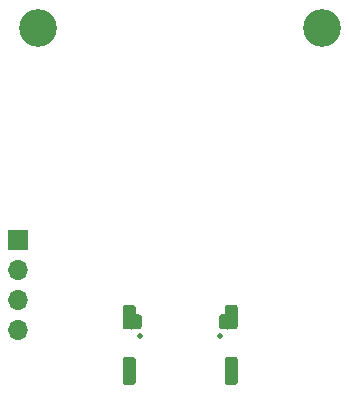
<source format=gbs>
G04 #@! TF.GenerationSoftware,KiCad,Pcbnew,5.1.4+dfsg1-1*
G04 #@! TF.CreationDate,2019-12-22T00:43:44+01:00*
G04 #@! TF.ProjectId,USB-C-Screen-Adapter-LDR6023SS,5553422d-432d-4536-9372-65656e2d4164,rev?*
G04 #@! TF.SameCoordinates,Original*
G04 #@! TF.FileFunction,Soldermask,Bot*
G04 #@! TF.FilePolarity,Negative*
%FSLAX46Y46*%
G04 Gerber Fmt 4.6, Leading zero omitted, Abs format (unit mm)*
G04 Created by KiCad (PCBNEW 5.1.4+dfsg1-1) date 2019-12-22 00:43:44*
%MOMM*%
%LPD*%
G04 APERTURE LIST*
%ADD10O,1.700000X1.700000*%
%ADD11R,1.700000X1.700000*%
%ADD12C,0.500000*%
%ADD13C,0.100000*%
%ADD14C,1.300000*%
%ADD15C,1.100000*%
%ADD16C,3.200000*%
G04 APERTURE END LIST*
D10*
X101800000Y-129020000D03*
X101800000Y-126480000D03*
X101800000Y-123940000D03*
D11*
X101800000Y-121400000D03*
D12*
X118900000Y-129512500D03*
X112100000Y-129512500D03*
D13*
G36*
X120056856Y-127701565D02*
G01*
X120088404Y-127706245D01*
X120119343Y-127713994D01*
X120149372Y-127724739D01*
X120178204Y-127738376D01*
X120205560Y-127754772D01*
X120231178Y-127773772D01*
X120254810Y-127795190D01*
X120276228Y-127818822D01*
X120295228Y-127844440D01*
X120311624Y-127871796D01*
X120325261Y-127900628D01*
X120336006Y-127930657D01*
X120343755Y-127961596D01*
X120348435Y-127993144D01*
X120350000Y-128025000D01*
X120350000Y-128675000D01*
X120348435Y-128706856D01*
X120343755Y-128738404D01*
X120336006Y-128769343D01*
X120325261Y-128799372D01*
X120311624Y-128828204D01*
X120295228Y-128855560D01*
X120276228Y-128881178D01*
X120254810Y-128904810D01*
X120231178Y-128926228D01*
X120205560Y-128945228D01*
X120178204Y-128961624D01*
X120149372Y-128975261D01*
X120119343Y-128986006D01*
X120088404Y-128993755D01*
X120056856Y-128998435D01*
X120025000Y-129000000D01*
X119075000Y-129000000D01*
X119043144Y-128998435D01*
X119011596Y-128993755D01*
X118980657Y-128986006D01*
X118950628Y-128975261D01*
X118921796Y-128961624D01*
X118894440Y-128945228D01*
X118868822Y-128926228D01*
X118845190Y-128904810D01*
X118823772Y-128881178D01*
X118804772Y-128855560D01*
X118788376Y-128828204D01*
X118774739Y-128799372D01*
X118763994Y-128769343D01*
X118756245Y-128738404D01*
X118751565Y-128706856D01*
X118750000Y-128675000D01*
X118750000Y-128025000D01*
X118751565Y-127993144D01*
X118756245Y-127961596D01*
X118763994Y-127930657D01*
X118774739Y-127900628D01*
X118788376Y-127871796D01*
X118804772Y-127844440D01*
X118823772Y-127818822D01*
X118845190Y-127795190D01*
X118868822Y-127773772D01*
X118894440Y-127754772D01*
X118921796Y-127738376D01*
X118950628Y-127724739D01*
X118980657Y-127713994D01*
X119011596Y-127706245D01*
X119043144Y-127701565D01*
X119075000Y-127700000D01*
X120025000Y-127700000D01*
X120056856Y-127701565D01*
X120056856Y-127701565D01*
G37*
D14*
X119550000Y-128350000D03*
D13*
G36*
X111956856Y-127701565D02*
G01*
X111988404Y-127706245D01*
X112019343Y-127713994D01*
X112049372Y-127724739D01*
X112078204Y-127738376D01*
X112105560Y-127754772D01*
X112131178Y-127773772D01*
X112154810Y-127795190D01*
X112176228Y-127818822D01*
X112195228Y-127844440D01*
X112211624Y-127871796D01*
X112225261Y-127900628D01*
X112236006Y-127930657D01*
X112243755Y-127961596D01*
X112248435Y-127993144D01*
X112250000Y-128025000D01*
X112250000Y-128675000D01*
X112248435Y-128706856D01*
X112243755Y-128738404D01*
X112236006Y-128769343D01*
X112225261Y-128799372D01*
X112211624Y-128828204D01*
X112195228Y-128855560D01*
X112176228Y-128881178D01*
X112154810Y-128904810D01*
X112131178Y-128926228D01*
X112105560Y-128945228D01*
X112078204Y-128961624D01*
X112049372Y-128975261D01*
X112019343Y-128986006D01*
X111988404Y-128993755D01*
X111956856Y-128998435D01*
X111925000Y-129000000D01*
X110975000Y-129000000D01*
X110943144Y-128998435D01*
X110911596Y-128993755D01*
X110880657Y-128986006D01*
X110850628Y-128975261D01*
X110821796Y-128961624D01*
X110794440Y-128945228D01*
X110768822Y-128926228D01*
X110745190Y-128904810D01*
X110723772Y-128881178D01*
X110704772Y-128855560D01*
X110688376Y-128828204D01*
X110674739Y-128799372D01*
X110663994Y-128769343D01*
X110656245Y-128738404D01*
X110651565Y-128706856D01*
X110650000Y-128675000D01*
X110650000Y-128025000D01*
X110651565Y-127993144D01*
X110656245Y-127961596D01*
X110663994Y-127930657D01*
X110674739Y-127900628D01*
X110688376Y-127871796D01*
X110704772Y-127844440D01*
X110723772Y-127818822D01*
X110745190Y-127795190D01*
X110768822Y-127773772D01*
X110794440Y-127754772D01*
X110821796Y-127738376D01*
X110850628Y-127724739D01*
X110880657Y-127713994D01*
X110911596Y-127706245D01*
X110943144Y-127701565D01*
X110975000Y-127700000D01*
X111925000Y-127700000D01*
X111956856Y-127701565D01*
X111956856Y-127701565D01*
G37*
D14*
X111450000Y-128350000D03*
D13*
G36*
X120121955Y-126901324D02*
G01*
X120148650Y-126905284D01*
X120174828Y-126911841D01*
X120200238Y-126920933D01*
X120224634Y-126932472D01*
X120247782Y-126946346D01*
X120269458Y-126962422D01*
X120289454Y-126980546D01*
X120307578Y-127000542D01*
X120323654Y-127022218D01*
X120337528Y-127045366D01*
X120349067Y-127069762D01*
X120358159Y-127095172D01*
X120364716Y-127121350D01*
X120368676Y-127148045D01*
X120370000Y-127175000D01*
X120370000Y-128725000D01*
X120368676Y-128751955D01*
X120364716Y-128778650D01*
X120358159Y-128804828D01*
X120349067Y-128830238D01*
X120337528Y-128854634D01*
X120323654Y-128877782D01*
X120307578Y-128899458D01*
X120289454Y-128919454D01*
X120269458Y-128937578D01*
X120247782Y-128953654D01*
X120224634Y-128967528D01*
X120200238Y-128979067D01*
X120174828Y-128988159D01*
X120148650Y-128994716D01*
X120121955Y-128998676D01*
X120095000Y-129000000D01*
X119545000Y-129000000D01*
X119518045Y-128998676D01*
X119491350Y-128994716D01*
X119465172Y-128988159D01*
X119439762Y-128979067D01*
X119415366Y-128967528D01*
X119392218Y-128953654D01*
X119370542Y-128937578D01*
X119350546Y-128919454D01*
X119332422Y-128899458D01*
X119316346Y-128877782D01*
X119302472Y-128854634D01*
X119290933Y-128830238D01*
X119281841Y-128804828D01*
X119275284Y-128778650D01*
X119271324Y-128751955D01*
X119270000Y-128725000D01*
X119270000Y-127175000D01*
X119271324Y-127148045D01*
X119275284Y-127121350D01*
X119281841Y-127095172D01*
X119290933Y-127069762D01*
X119302472Y-127045366D01*
X119316346Y-127022218D01*
X119332422Y-127000542D01*
X119350546Y-126980546D01*
X119370542Y-126962422D01*
X119392218Y-126946346D01*
X119415366Y-126932472D01*
X119439762Y-126920933D01*
X119465172Y-126911841D01*
X119491350Y-126905284D01*
X119518045Y-126901324D01*
X119545000Y-126900000D01*
X120095000Y-126900000D01*
X120121955Y-126901324D01*
X120121955Y-126901324D01*
G37*
D15*
X119820000Y-127950000D03*
D13*
G36*
X111481955Y-126901324D02*
G01*
X111508650Y-126905284D01*
X111534828Y-126911841D01*
X111560238Y-126920933D01*
X111584634Y-126932472D01*
X111607782Y-126946346D01*
X111629458Y-126962422D01*
X111649454Y-126980546D01*
X111667578Y-127000542D01*
X111683654Y-127022218D01*
X111697528Y-127045366D01*
X111709067Y-127069762D01*
X111718159Y-127095172D01*
X111724716Y-127121350D01*
X111728676Y-127148045D01*
X111730000Y-127175000D01*
X111730000Y-128725000D01*
X111728676Y-128751955D01*
X111724716Y-128778650D01*
X111718159Y-128804828D01*
X111709067Y-128830238D01*
X111697528Y-128854634D01*
X111683654Y-128877782D01*
X111667578Y-128899458D01*
X111649454Y-128919454D01*
X111629458Y-128937578D01*
X111607782Y-128953654D01*
X111584634Y-128967528D01*
X111560238Y-128979067D01*
X111534828Y-128988159D01*
X111508650Y-128994716D01*
X111481955Y-128998676D01*
X111455000Y-129000000D01*
X110905000Y-129000000D01*
X110878045Y-128998676D01*
X110851350Y-128994716D01*
X110825172Y-128988159D01*
X110799762Y-128979067D01*
X110775366Y-128967528D01*
X110752218Y-128953654D01*
X110730542Y-128937578D01*
X110710546Y-128919454D01*
X110692422Y-128899458D01*
X110676346Y-128877782D01*
X110662472Y-128854634D01*
X110650933Y-128830238D01*
X110641841Y-128804828D01*
X110635284Y-128778650D01*
X110631324Y-128751955D01*
X110630000Y-128725000D01*
X110630000Y-127175000D01*
X110631324Y-127148045D01*
X110635284Y-127121350D01*
X110641841Y-127095172D01*
X110650933Y-127069762D01*
X110662472Y-127045366D01*
X110676346Y-127022218D01*
X110692422Y-127000542D01*
X110710546Y-126980546D01*
X110730542Y-126962422D01*
X110752218Y-126946346D01*
X110775366Y-126932472D01*
X110799762Y-126920933D01*
X110825172Y-126911841D01*
X110851350Y-126905284D01*
X110878045Y-126901324D01*
X110905000Y-126900000D01*
X111455000Y-126900000D01*
X111481955Y-126901324D01*
X111481955Y-126901324D01*
G37*
D15*
X111180000Y-127950000D03*
D13*
G36*
X120121955Y-131301324D02*
G01*
X120148650Y-131305284D01*
X120174828Y-131311841D01*
X120200238Y-131320933D01*
X120224634Y-131332472D01*
X120247782Y-131346346D01*
X120269458Y-131362422D01*
X120289454Y-131380546D01*
X120307578Y-131400542D01*
X120323654Y-131422218D01*
X120337528Y-131445366D01*
X120349067Y-131469762D01*
X120358159Y-131495172D01*
X120364716Y-131521350D01*
X120368676Y-131548045D01*
X120370000Y-131575000D01*
X120370000Y-133425000D01*
X120368676Y-133451955D01*
X120364716Y-133478650D01*
X120358159Y-133504828D01*
X120349067Y-133530238D01*
X120337528Y-133554634D01*
X120323654Y-133577782D01*
X120307578Y-133599458D01*
X120289454Y-133619454D01*
X120269458Y-133637578D01*
X120247782Y-133653654D01*
X120224634Y-133667528D01*
X120200238Y-133679067D01*
X120174828Y-133688159D01*
X120148650Y-133694716D01*
X120121955Y-133698676D01*
X120095000Y-133700000D01*
X119545000Y-133700000D01*
X119518045Y-133698676D01*
X119491350Y-133694716D01*
X119465172Y-133688159D01*
X119439762Y-133679067D01*
X119415366Y-133667528D01*
X119392218Y-133653654D01*
X119370542Y-133637578D01*
X119350546Y-133619454D01*
X119332422Y-133599458D01*
X119316346Y-133577782D01*
X119302472Y-133554634D01*
X119290933Y-133530238D01*
X119281841Y-133504828D01*
X119275284Y-133478650D01*
X119271324Y-133451955D01*
X119270000Y-133425000D01*
X119270000Y-131575000D01*
X119271324Y-131548045D01*
X119275284Y-131521350D01*
X119281841Y-131495172D01*
X119290933Y-131469762D01*
X119302472Y-131445366D01*
X119316346Y-131422218D01*
X119332422Y-131400542D01*
X119350546Y-131380546D01*
X119370542Y-131362422D01*
X119392218Y-131346346D01*
X119415366Y-131332472D01*
X119439762Y-131320933D01*
X119465172Y-131311841D01*
X119491350Y-131305284D01*
X119518045Y-131301324D01*
X119545000Y-131300000D01*
X120095000Y-131300000D01*
X120121955Y-131301324D01*
X120121955Y-131301324D01*
G37*
D15*
X119820000Y-132500000D03*
D13*
G36*
X111481955Y-131301324D02*
G01*
X111508650Y-131305284D01*
X111534828Y-131311841D01*
X111560238Y-131320933D01*
X111584634Y-131332472D01*
X111607782Y-131346346D01*
X111629458Y-131362422D01*
X111649454Y-131380546D01*
X111667578Y-131400542D01*
X111683654Y-131422218D01*
X111697528Y-131445366D01*
X111709067Y-131469762D01*
X111718159Y-131495172D01*
X111724716Y-131521350D01*
X111728676Y-131548045D01*
X111730000Y-131575000D01*
X111730000Y-133425000D01*
X111728676Y-133451955D01*
X111724716Y-133478650D01*
X111718159Y-133504828D01*
X111709067Y-133530238D01*
X111697528Y-133554634D01*
X111683654Y-133577782D01*
X111667578Y-133599458D01*
X111649454Y-133619454D01*
X111629458Y-133637578D01*
X111607782Y-133653654D01*
X111584634Y-133667528D01*
X111560238Y-133679067D01*
X111534828Y-133688159D01*
X111508650Y-133694716D01*
X111481955Y-133698676D01*
X111455000Y-133700000D01*
X110905000Y-133700000D01*
X110878045Y-133698676D01*
X110851350Y-133694716D01*
X110825172Y-133688159D01*
X110799762Y-133679067D01*
X110775366Y-133667528D01*
X110752218Y-133653654D01*
X110730542Y-133637578D01*
X110710546Y-133619454D01*
X110692422Y-133599458D01*
X110676346Y-133577782D01*
X110662472Y-133554634D01*
X110650933Y-133530238D01*
X110641841Y-133504828D01*
X110635284Y-133478650D01*
X110631324Y-133451955D01*
X110630000Y-133425000D01*
X110630000Y-131575000D01*
X110631324Y-131548045D01*
X110635284Y-131521350D01*
X110641841Y-131495172D01*
X110650933Y-131469762D01*
X110662472Y-131445366D01*
X110676346Y-131422218D01*
X110692422Y-131400542D01*
X110710546Y-131380546D01*
X110730542Y-131362422D01*
X110752218Y-131346346D01*
X110775366Y-131332472D01*
X110799762Y-131320933D01*
X110825172Y-131311841D01*
X110851350Y-131305284D01*
X110878045Y-131301324D01*
X110905000Y-131300000D01*
X111455000Y-131300000D01*
X111481955Y-131301324D01*
X111481955Y-131301324D01*
G37*
D15*
X111180000Y-132500000D03*
D16*
X103450000Y-103450000D03*
X127530000Y-103470000D03*
M02*

</source>
